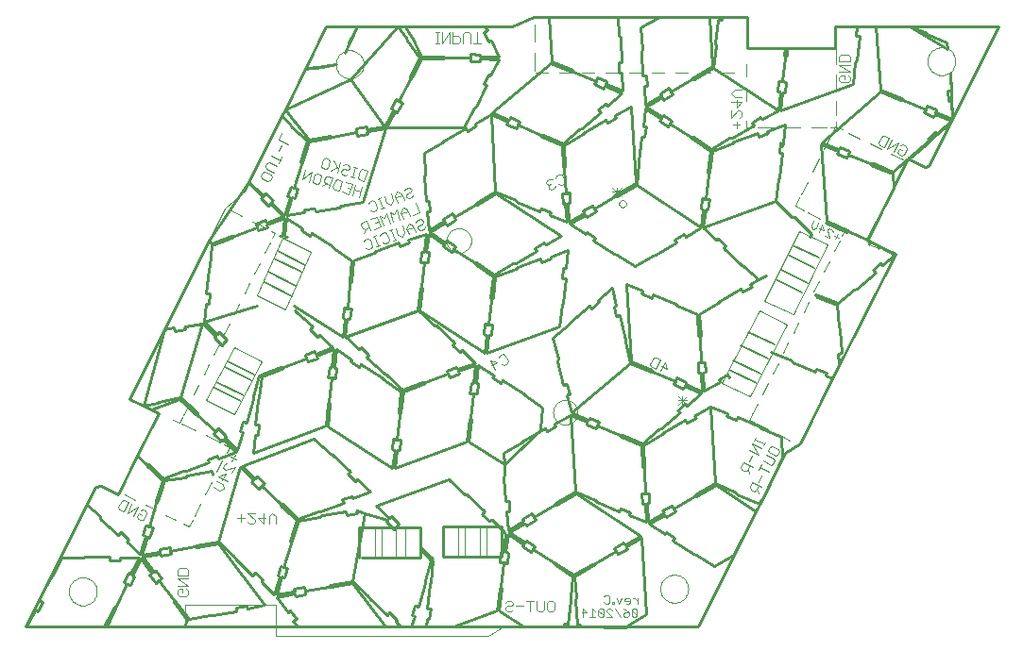
<source format=gbo>
G75*
%MOIN*%
%OFA0B0*%
%FSLAX24Y24*%
%IPPOS*%
%LPD*%
%AMOC8*
5,1,8,0,0,1.08239X$1,22.5*
%
%ADD10C,0.0000*%
%ADD11C,0.0039*%
%ADD12C,0.0030*%
%ADD13C,0.0100*%
%ADD14C,0.0059*%
%ADD15C,0.0040*%
D10*
X001464Y001214D02*
X006978Y001214D01*
X007083Y001332D01*
X007084Y001992D01*
X010297Y001990D01*
X010291Y000897D01*
X017774Y000897D01*
X018329Y001214D01*
X025175Y001214D01*
X028236Y007336D01*
X028767Y007690D01*
X032134Y014373D01*
X031140Y014865D01*
X032577Y017739D01*
X033167Y017444D01*
X033315Y017483D01*
X035785Y022424D01*
X030024Y022423D01*
X030024Y022424D02*
X030024Y021647D01*
X026911Y021647D01*
X026911Y022739D01*
X019397Y022739D01*
X018610Y022424D01*
X012065Y022424D01*
X009141Y016568D01*
X008482Y015977D01*
X005126Y009265D01*
X006140Y008753D01*
X004703Y005889D01*
X004112Y006184D01*
X003925Y006145D01*
X001464Y001214D01*
X002981Y002453D02*
X002983Y002497D01*
X002989Y002541D01*
X002999Y002584D01*
X003012Y002626D01*
X003030Y002666D01*
X003051Y002705D01*
X003075Y002742D01*
X003102Y002777D01*
X003133Y002809D01*
X003166Y002838D01*
X003202Y002864D01*
X003240Y002886D01*
X003280Y002905D01*
X003321Y002921D01*
X003364Y002933D01*
X003407Y002941D01*
X003451Y002945D01*
X003495Y002945D01*
X003539Y002941D01*
X003582Y002933D01*
X003625Y002921D01*
X003666Y002905D01*
X003706Y002886D01*
X003744Y002864D01*
X003780Y002838D01*
X003813Y002809D01*
X003844Y002777D01*
X003871Y002742D01*
X003895Y002705D01*
X003916Y002666D01*
X003934Y002626D01*
X003947Y002584D01*
X003957Y002541D01*
X003963Y002497D01*
X003965Y002453D01*
X003963Y002409D01*
X003957Y002365D01*
X003947Y002322D01*
X003934Y002280D01*
X003916Y002240D01*
X003895Y002201D01*
X003871Y002164D01*
X003844Y002129D01*
X003813Y002097D01*
X003780Y002068D01*
X003744Y002042D01*
X003706Y002020D01*
X003666Y002001D01*
X003625Y001985D01*
X003582Y001973D01*
X003539Y001965D01*
X003495Y001961D01*
X003451Y001961D01*
X003407Y001965D01*
X003364Y001973D01*
X003321Y001985D01*
X003280Y002001D01*
X003240Y002020D01*
X003202Y002042D01*
X003166Y002068D01*
X003133Y002097D01*
X003102Y002129D01*
X003075Y002164D01*
X003051Y002201D01*
X003030Y002240D01*
X003012Y002280D01*
X002999Y002322D01*
X002989Y002365D01*
X002983Y002409D01*
X002981Y002453D01*
X016313Y014853D02*
X016315Y014894D01*
X016321Y014935D01*
X016331Y014975D01*
X016344Y015014D01*
X016361Y015051D01*
X016382Y015087D01*
X016406Y015121D01*
X016433Y015152D01*
X016462Y015180D01*
X016495Y015206D01*
X016529Y015228D01*
X016566Y015247D01*
X016604Y015262D01*
X016644Y015274D01*
X016684Y015282D01*
X016725Y015286D01*
X016767Y015286D01*
X016808Y015282D01*
X016848Y015274D01*
X016888Y015262D01*
X016926Y015247D01*
X016962Y015228D01*
X016997Y015206D01*
X017030Y015180D01*
X017059Y015152D01*
X017086Y015121D01*
X017110Y015087D01*
X017131Y015051D01*
X017148Y015014D01*
X017161Y014975D01*
X017171Y014935D01*
X017177Y014894D01*
X017179Y014853D01*
X017177Y014812D01*
X017171Y014771D01*
X017161Y014731D01*
X017148Y014692D01*
X017131Y014655D01*
X017110Y014619D01*
X017086Y014585D01*
X017059Y014554D01*
X017030Y014526D01*
X016997Y014500D01*
X016963Y014478D01*
X016926Y014459D01*
X016888Y014444D01*
X016848Y014432D01*
X016808Y014424D01*
X016767Y014420D01*
X016725Y014420D01*
X016684Y014424D01*
X016644Y014432D01*
X016604Y014444D01*
X016566Y014459D01*
X016530Y014478D01*
X016495Y014500D01*
X016462Y014526D01*
X016433Y014554D01*
X016406Y014585D01*
X016382Y014619D01*
X016361Y014655D01*
X016344Y014692D01*
X016331Y014731D01*
X016321Y014771D01*
X016315Y014812D01*
X016313Y014853D01*
X012400Y021079D02*
X012402Y021123D01*
X012408Y021167D01*
X012418Y021210D01*
X012431Y021252D01*
X012449Y021292D01*
X012470Y021331D01*
X012494Y021368D01*
X012521Y021403D01*
X012552Y021435D01*
X012585Y021464D01*
X012621Y021490D01*
X012659Y021512D01*
X012699Y021531D01*
X012740Y021547D01*
X012783Y021559D01*
X012826Y021567D01*
X012870Y021571D01*
X012914Y021571D01*
X012958Y021567D01*
X013001Y021559D01*
X013044Y021547D01*
X013085Y021531D01*
X013125Y021512D01*
X013163Y021490D01*
X013199Y021464D01*
X013232Y021435D01*
X013263Y021403D01*
X013290Y021368D01*
X013314Y021331D01*
X013335Y021292D01*
X013353Y021252D01*
X013366Y021210D01*
X013376Y021167D01*
X013382Y021123D01*
X013384Y021079D01*
X013382Y021035D01*
X013376Y020991D01*
X013366Y020948D01*
X013353Y020906D01*
X013335Y020866D01*
X013314Y020827D01*
X013290Y020790D01*
X013263Y020755D01*
X013232Y020723D01*
X013199Y020694D01*
X013163Y020668D01*
X013125Y020646D01*
X013085Y020627D01*
X013044Y020611D01*
X013001Y020599D01*
X012958Y020591D01*
X012914Y020587D01*
X012870Y020587D01*
X012826Y020591D01*
X012783Y020599D01*
X012740Y020611D01*
X012699Y020627D01*
X012659Y020646D01*
X012621Y020668D01*
X012585Y020694D01*
X012552Y020723D01*
X012521Y020755D01*
X012494Y020790D01*
X012470Y020827D01*
X012449Y020866D01*
X012431Y020906D01*
X012418Y020948D01*
X012408Y020991D01*
X012402Y021035D01*
X012400Y021079D01*
X020065Y008781D02*
X020067Y008822D01*
X020073Y008863D01*
X020083Y008903D01*
X020096Y008942D01*
X020113Y008979D01*
X020134Y009015D01*
X020158Y009049D01*
X020185Y009080D01*
X020214Y009108D01*
X020247Y009134D01*
X020281Y009156D01*
X020318Y009175D01*
X020356Y009190D01*
X020396Y009202D01*
X020436Y009210D01*
X020477Y009214D01*
X020519Y009214D01*
X020560Y009210D01*
X020600Y009202D01*
X020640Y009190D01*
X020678Y009175D01*
X020714Y009156D01*
X020749Y009134D01*
X020782Y009108D01*
X020811Y009080D01*
X020838Y009049D01*
X020862Y009015D01*
X020883Y008979D01*
X020900Y008942D01*
X020913Y008903D01*
X020923Y008863D01*
X020929Y008822D01*
X020931Y008781D01*
X020929Y008740D01*
X020923Y008699D01*
X020913Y008659D01*
X020900Y008620D01*
X020883Y008583D01*
X020862Y008547D01*
X020838Y008513D01*
X020811Y008482D01*
X020782Y008454D01*
X020749Y008428D01*
X020715Y008406D01*
X020678Y008387D01*
X020640Y008372D01*
X020600Y008360D01*
X020560Y008352D01*
X020519Y008348D01*
X020477Y008348D01*
X020436Y008352D01*
X020396Y008360D01*
X020356Y008372D01*
X020318Y008387D01*
X020282Y008406D01*
X020247Y008428D01*
X020214Y008454D01*
X020185Y008482D01*
X020158Y008513D01*
X020134Y008547D01*
X020113Y008583D01*
X020096Y008620D01*
X020083Y008659D01*
X020073Y008699D01*
X020067Y008740D01*
X020065Y008781D01*
X023850Y002550D02*
X023852Y002594D01*
X023858Y002638D01*
X023868Y002681D01*
X023881Y002723D01*
X023899Y002763D01*
X023920Y002802D01*
X023944Y002839D01*
X023971Y002874D01*
X024002Y002906D01*
X024035Y002935D01*
X024071Y002961D01*
X024109Y002983D01*
X024149Y003002D01*
X024190Y003018D01*
X024233Y003030D01*
X024276Y003038D01*
X024320Y003042D01*
X024364Y003042D01*
X024408Y003038D01*
X024451Y003030D01*
X024494Y003018D01*
X024535Y003002D01*
X024575Y002983D01*
X024613Y002961D01*
X024649Y002935D01*
X024682Y002906D01*
X024713Y002874D01*
X024740Y002839D01*
X024764Y002802D01*
X024785Y002763D01*
X024803Y002723D01*
X024816Y002681D01*
X024826Y002638D01*
X024832Y002594D01*
X024834Y002550D01*
X024832Y002506D01*
X024826Y002462D01*
X024816Y002419D01*
X024803Y002377D01*
X024785Y002337D01*
X024764Y002298D01*
X024740Y002261D01*
X024713Y002226D01*
X024682Y002194D01*
X024649Y002165D01*
X024613Y002139D01*
X024575Y002117D01*
X024535Y002098D01*
X024494Y002082D01*
X024451Y002070D01*
X024408Y002062D01*
X024364Y002058D01*
X024320Y002058D01*
X024276Y002062D01*
X024233Y002070D01*
X024190Y002082D01*
X024149Y002098D01*
X024109Y002117D01*
X024071Y002139D01*
X024035Y002165D01*
X024002Y002194D01*
X023971Y002226D01*
X023944Y002261D01*
X023920Y002298D01*
X023899Y002337D01*
X023881Y002377D01*
X023868Y002419D01*
X023858Y002462D01*
X023852Y002506D01*
X023850Y002550D01*
X033280Y021185D02*
X033282Y021229D01*
X033288Y021273D01*
X033298Y021316D01*
X033311Y021358D01*
X033329Y021398D01*
X033350Y021437D01*
X033374Y021474D01*
X033401Y021509D01*
X033432Y021541D01*
X033465Y021570D01*
X033501Y021596D01*
X033539Y021618D01*
X033579Y021637D01*
X033620Y021653D01*
X033663Y021665D01*
X033706Y021673D01*
X033750Y021677D01*
X033794Y021677D01*
X033838Y021673D01*
X033881Y021665D01*
X033924Y021653D01*
X033965Y021637D01*
X034005Y021618D01*
X034043Y021596D01*
X034079Y021570D01*
X034112Y021541D01*
X034143Y021509D01*
X034170Y021474D01*
X034194Y021437D01*
X034215Y021398D01*
X034233Y021358D01*
X034246Y021316D01*
X034256Y021273D01*
X034262Y021229D01*
X034264Y021185D01*
X034262Y021141D01*
X034256Y021097D01*
X034246Y021054D01*
X034233Y021012D01*
X034215Y020972D01*
X034194Y020933D01*
X034170Y020896D01*
X034143Y020861D01*
X034112Y020829D01*
X034079Y020800D01*
X034043Y020774D01*
X034005Y020752D01*
X033965Y020733D01*
X033924Y020717D01*
X033881Y020705D01*
X033838Y020697D01*
X033794Y020693D01*
X033750Y020693D01*
X033706Y020697D01*
X033663Y020705D01*
X033620Y020717D01*
X033579Y020733D01*
X033539Y020752D01*
X033501Y020774D01*
X033465Y020800D01*
X033432Y020829D01*
X033401Y020861D01*
X033374Y020896D01*
X033350Y020933D01*
X033329Y020972D01*
X033311Y021012D01*
X033298Y021054D01*
X033288Y021097D01*
X033282Y021141D01*
X033280Y021185D01*
D11*
X030047Y021097D02*
X030047Y021609D01*
X030047Y020704D02*
X030047Y020192D01*
X030047Y019798D02*
X030047Y019286D01*
X030044Y019061D02*
X030044Y018846D01*
X029853Y018846D01*
X029729Y018850D02*
X029172Y018850D01*
X028779Y018849D02*
X028222Y018848D01*
X027828Y018847D02*
X027271Y018846D01*
X027148Y018846D02*
X026893Y018848D01*
X026893Y019085D01*
X026892Y019789D02*
X026892Y020242D01*
X026892Y020635D02*
X026892Y021088D01*
X026452Y020789D02*
X026025Y020789D01*
X025631Y020789D02*
X025204Y020789D01*
X024810Y020789D02*
X024383Y020788D01*
X023989Y020788D02*
X023562Y020788D01*
X023168Y020788D02*
X022741Y020788D01*
X022347Y020788D02*
X021920Y020788D01*
X021526Y020788D02*
X021099Y020788D01*
X020705Y020788D02*
X020278Y020788D01*
X019884Y020788D02*
X019457Y020787D01*
X019406Y020845D02*
X019407Y021474D01*
X019408Y021868D02*
X019409Y022497D01*
X022396Y016152D02*
X022398Y016174D01*
X022403Y016194D01*
X022413Y016214D01*
X022425Y016232D01*
X022440Y016247D01*
X022458Y016259D01*
X022478Y016269D01*
X022498Y016274D01*
X022520Y016276D01*
X022542Y016274D01*
X022562Y016269D01*
X022582Y016259D01*
X022600Y016247D01*
X022615Y016232D01*
X022627Y016214D01*
X022637Y016194D01*
X022642Y016174D01*
X022644Y016152D01*
X022642Y016130D01*
X022637Y016110D01*
X022627Y016090D01*
X022615Y016072D01*
X022600Y016057D01*
X022582Y016045D01*
X022562Y016035D01*
X022542Y016030D01*
X022520Y016028D01*
X022498Y016030D01*
X022478Y016035D01*
X022458Y016045D01*
X022440Y016057D01*
X022425Y016072D01*
X022413Y016090D01*
X022403Y016110D01*
X022398Y016130D01*
X022396Y016152D01*
X027530Y012716D02*
X028541Y012237D01*
X029746Y014726D01*
X028760Y015175D01*
X027530Y012716D01*
X027339Y012368D02*
X028315Y011896D01*
X027028Y009344D01*
X026031Y009823D01*
X027339Y012368D01*
X028542Y011595D02*
X028727Y011964D01*
X028903Y012316D02*
X029088Y012686D01*
X029264Y013038D02*
X029448Y013407D01*
X029625Y013759D02*
X029809Y014129D01*
X029985Y014481D02*
X030170Y014850D01*
X030264Y015032D02*
X030371Y015241D01*
X030274Y015239D02*
X029840Y015456D01*
X029487Y015632D02*
X029053Y015849D01*
X028917Y015922D02*
X028612Y016071D01*
X028762Y016370D01*
X028814Y016472D02*
X029044Y016931D01*
X029220Y017283D02*
X029451Y017743D01*
X029627Y018095D02*
X029857Y018554D01*
X029909Y018659D02*
X030026Y018891D01*
X030272Y018768D01*
X030480Y018665D02*
X030887Y018461D01*
X031239Y018285D02*
X031646Y018081D01*
X031998Y017904D02*
X032405Y017700D01*
X031222Y014725D02*
X031563Y014581D01*
X028366Y011243D02*
X028181Y010873D01*
X028005Y010521D02*
X027821Y010152D01*
X027645Y009800D02*
X027460Y009430D01*
X027284Y009078D02*
X027099Y008709D01*
X027089Y008694D02*
X026993Y008512D01*
X027170Y008423D01*
X027248Y008385D02*
X027662Y008177D01*
X028015Y008001D02*
X028429Y007794D01*
X017714Y004747D02*
X017714Y003723D01*
X017478Y003723D02*
X017478Y004747D01*
X016966Y004747D02*
X016966Y003723D01*
X016730Y003723D02*
X016730Y004747D01*
X014840Y004668D02*
X014840Y003684D01*
X014525Y003645D02*
X014525Y004708D01*
X014014Y004668D02*
X014014Y003684D01*
X013777Y003684D02*
X013777Y004668D01*
X008535Y007360D02*
X008636Y007559D01*
X008434Y007662D01*
X008322Y007716D02*
X007816Y007969D01*
X007464Y008145D02*
X006959Y008398D01*
X006877Y008403D02*
X006664Y008505D01*
X006877Y008403D02*
X006980Y008607D01*
X007021Y008684D02*
X007203Y009047D01*
X007379Y009400D02*
X007561Y009763D01*
X007737Y010115D02*
X007919Y010479D01*
X008095Y010831D02*
X008277Y011194D01*
X008453Y011546D02*
X008635Y011910D01*
X008811Y012262D02*
X008993Y012625D01*
X009169Y012977D02*
X009351Y013341D01*
X009527Y013693D02*
X009709Y014056D01*
X009885Y014408D02*
X010067Y014772D01*
X010147Y014933D02*
X010247Y015129D01*
X010105Y015199D01*
X009903Y015305D02*
X009449Y015532D01*
X009097Y015708D02*
X008643Y015935D01*
X010526Y014954D02*
X009605Y012922D01*
X010605Y012422D01*
X011526Y014454D01*
X010526Y014954D01*
X008829Y011079D02*
X007829Y009204D01*
X008829Y008704D01*
X009767Y010579D01*
X008829Y011079D01*
X008398Y007094D02*
X008184Y006667D01*
X008008Y006315D02*
X007794Y005888D01*
X007618Y005536D02*
X007404Y005109D01*
X007344Y004975D02*
X007220Y004733D01*
X007009Y004846D01*
X006758Y004973D02*
X006392Y005158D01*
X006041Y005336D02*
X005675Y005521D01*
X005323Y005699D02*
X004957Y005884D01*
D12*
X004924Y005685D02*
X005090Y005602D01*
X004925Y005271D01*
X004760Y005353D01*
X004732Y005436D01*
X004842Y005657D01*
X004924Y005685D01*
X005199Y005548D02*
X005034Y005217D01*
X005420Y005439D01*
X005255Y005107D01*
X005392Y005108D02*
X005446Y005219D01*
X005557Y005164D01*
X005501Y005329D02*
X005584Y005357D01*
X005695Y005302D01*
X005723Y005220D01*
X005613Y004998D01*
X005530Y004971D01*
X005419Y005025D01*
X005392Y005108D01*
X006868Y003269D02*
X007115Y003269D01*
X007177Y003208D01*
X007177Y003023D01*
X006806Y003023D01*
X006806Y003208D01*
X006868Y003269D01*
X006806Y002901D02*
X007177Y002901D01*
X007177Y002654D02*
X006806Y002654D01*
X006868Y002533D02*
X006991Y002533D01*
X006991Y002409D01*
X006868Y002286D02*
X007115Y002286D01*
X007177Y002348D01*
X007177Y002471D01*
X007115Y002533D01*
X007177Y002654D02*
X006806Y002901D01*
X006868Y002533D02*
X006806Y002471D01*
X006806Y002348D01*
X006868Y002286D01*
X009053Y004921D02*
X009053Y005168D01*
X008930Y005045D02*
X009177Y005045D01*
X009298Y004921D02*
X009360Y004860D01*
X009483Y004860D01*
X009545Y004921D01*
X009545Y004983D01*
X009298Y005230D01*
X009545Y005230D01*
X009666Y005045D02*
X009852Y004860D01*
X009852Y005230D01*
X009913Y005045D02*
X009666Y005045D01*
X010035Y005106D02*
X010035Y004860D01*
X010035Y005106D02*
X010158Y005230D01*
X010282Y005106D01*
X010282Y004860D01*
X008457Y006083D02*
X008292Y006028D01*
X008071Y006138D01*
X008180Y006359D02*
X008401Y006249D01*
X008457Y006083D01*
X008593Y006358D02*
X008262Y006523D01*
X008510Y006606D01*
X008400Y006385D01*
X008509Y006742D02*
X008453Y006770D01*
X008425Y006853D01*
X008480Y006963D01*
X008563Y006991D01*
X008728Y007045D02*
X008837Y007266D01*
X008672Y007210D02*
X008893Y007101D01*
X008840Y006854D02*
X008509Y006742D01*
X008730Y006633D02*
X008840Y006854D01*
X017842Y010628D02*
X018090Y010546D01*
X017869Y010435D01*
X017842Y010628D02*
X018007Y010297D01*
X018254Y010490D02*
X018337Y010462D01*
X018447Y010517D01*
X018475Y010600D01*
X018364Y010821D01*
X018281Y010848D01*
X018171Y010793D01*
X018143Y010710D01*
X014236Y014793D02*
X014120Y014751D01*
X014041Y014788D01*
X013948Y014688D02*
X013832Y014646D01*
X013890Y014667D02*
X013763Y015015D01*
X013821Y015036D02*
X013705Y014994D01*
X013611Y014894D02*
X013696Y014662D01*
X013659Y014583D01*
X013543Y014541D01*
X013464Y014578D01*
X013379Y014810D02*
X013416Y014889D01*
X013532Y014931D01*
X013611Y014894D01*
X013627Y015210D02*
X013500Y015558D01*
X013326Y015495D01*
X013290Y015416D01*
X013332Y015300D01*
X013411Y015263D01*
X013585Y015326D01*
X013469Y015284D02*
X013395Y015126D01*
X013741Y015252D02*
X013973Y015336D01*
X013847Y015684D01*
X013615Y015600D01*
X013794Y015468D02*
X013910Y015510D01*
X014087Y015378D02*
X013961Y015726D01*
X014119Y015652D01*
X014193Y015810D01*
X014319Y015462D01*
X014433Y015504D02*
X014307Y015852D01*
X014465Y015778D01*
X014539Y015936D01*
X014665Y015588D01*
X014780Y015630D02*
X014695Y015862D01*
X014769Y016020D01*
X014927Y015946D01*
X015012Y015714D01*
X015126Y015756D02*
X015358Y015840D01*
X015231Y016188D01*
X015094Y016383D02*
X014978Y016340D01*
X014899Y016377D01*
X014878Y016435D01*
X014915Y016514D01*
X015031Y016557D01*
X015068Y016636D01*
X015047Y016694D01*
X014968Y016731D01*
X014852Y016688D01*
X014815Y016609D01*
X014722Y016510D02*
X014806Y016278D01*
X014743Y016452D02*
X014511Y016367D01*
X014490Y016425D02*
X014574Y016193D01*
X014418Y016268D02*
X014344Y016110D01*
X014186Y016183D01*
X014102Y016415D01*
X013987Y016374D02*
X013871Y016332D01*
X013929Y016353D02*
X014056Y016005D01*
X014114Y016026D02*
X013998Y015984D01*
X013862Y016000D02*
X013778Y016232D01*
X013699Y016269D01*
X013583Y016227D01*
X013546Y016147D01*
X013630Y015915D02*
X013709Y015879D01*
X013825Y015921D01*
X013862Y016000D01*
X014418Y016268D02*
X014334Y016500D01*
X014490Y016425D02*
X014564Y016584D01*
X014722Y016510D01*
X015094Y016383D02*
X015131Y016462D01*
X014948Y015888D02*
X014716Y015804D01*
X014974Y015456D02*
X014900Y015298D01*
X014985Y015066D01*
X014828Y015140D02*
X014744Y015372D01*
X014921Y015240D02*
X015153Y015324D01*
X015132Y015382D02*
X014974Y015456D01*
X015132Y015382D02*
X015217Y015150D01*
X015310Y015250D02*
X015389Y015213D01*
X015505Y015255D01*
X015542Y015334D01*
X015441Y015429D02*
X015326Y015387D01*
X015289Y015308D01*
X015310Y015250D01*
X015441Y015429D02*
X015478Y015508D01*
X015457Y015566D01*
X015378Y015603D01*
X015262Y015561D01*
X015225Y015482D01*
X014828Y015140D02*
X014755Y014982D01*
X014596Y015056D01*
X014512Y015288D01*
X014398Y015246D02*
X014282Y015204D01*
X014340Y015225D02*
X014467Y014877D01*
X014525Y014898D02*
X014409Y014856D01*
X014273Y014872D02*
X014188Y015104D01*
X014109Y015141D01*
X013993Y015099D01*
X013956Y015020D01*
X014273Y014872D02*
X014236Y014793D01*
X013219Y016391D02*
X013327Y016745D01*
X013273Y016568D02*
X013037Y016640D01*
X012921Y016675D02*
X012803Y016711D01*
X012975Y016852D02*
X012866Y016498D01*
X012630Y016570D01*
X012514Y016606D02*
X012622Y016960D01*
X012445Y017014D01*
X012368Y016973D01*
X012296Y016737D01*
X012337Y016660D01*
X012514Y016606D01*
X012162Y016714D02*
X012270Y017068D01*
X012093Y017122D01*
X012016Y017081D01*
X011980Y016963D01*
X012021Y016886D01*
X012198Y016832D01*
X012080Y016868D02*
X011926Y016786D01*
X011828Y016880D02*
X011751Y016839D01*
X011633Y016875D01*
X011592Y016952D01*
X011664Y017189D01*
X011741Y017230D01*
X011859Y017193D01*
X011900Y017116D01*
X011828Y016880D01*
X011458Y016929D02*
X011566Y017283D01*
X011221Y017001D01*
X011330Y017355D01*
X011885Y017490D02*
X011957Y017726D01*
X012034Y017767D01*
X012152Y017731D01*
X012193Y017654D01*
X012121Y017418D01*
X012044Y017377D01*
X011926Y017413D01*
X011885Y017490D01*
X012219Y017324D02*
X012450Y017447D01*
X012491Y017369D02*
X012327Y017678D01*
X012563Y017606D02*
X012455Y017251D01*
X012589Y017275D02*
X012630Y017198D01*
X012748Y017162D01*
X012825Y017203D01*
X012924Y017108D02*
X013042Y017072D01*
X012983Y017090D02*
X013091Y017444D01*
X013150Y017426D02*
X013032Y017462D01*
X012897Y017439D02*
X012879Y017380D01*
X012802Y017339D01*
X012684Y017375D01*
X012607Y017334D01*
X012589Y017275D01*
X012661Y017511D02*
X012738Y017552D01*
X012856Y017516D01*
X012897Y017439D01*
X013248Y017332D02*
X013176Y017095D01*
X013217Y017018D01*
X013394Y016964D01*
X013502Y017318D01*
X013325Y017373D01*
X013248Y017332D01*
X013091Y016817D02*
X012983Y016463D01*
X012975Y016852D02*
X012739Y016925D01*
X010489Y017809D02*
X010379Y017587D01*
X010325Y017479D02*
X010049Y017616D01*
X009966Y017588D01*
X009911Y017477D01*
X009939Y017395D01*
X010215Y017257D01*
X010106Y017176D02*
X010134Y017093D01*
X010079Y016983D01*
X009996Y016955D01*
X009775Y017065D01*
X009747Y017148D01*
X009802Y017258D01*
X009885Y017286D01*
X010106Y017176D01*
X010434Y017698D02*
X010102Y017863D01*
X010377Y018000D02*
X010487Y018221D01*
X010707Y018247D02*
X010375Y018412D01*
X010485Y018633D01*
X015914Y021830D02*
X016037Y021830D01*
X015975Y021830D02*
X015975Y022201D01*
X015914Y022201D02*
X016037Y022201D01*
X016159Y022201D02*
X016159Y021830D01*
X016406Y022201D01*
X016406Y021830D01*
X016528Y021830D02*
X016713Y021830D01*
X016775Y021892D01*
X016775Y022015D01*
X016713Y022077D01*
X016528Y022077D01*
X016528Y022201D02*
X016528Y021830D01*
X016896Y021830D02*
X016896Y022139D01*
X016958Y022201D01*
X017081Y022201D01*
X017143Y022139D01*
X017143Y021830D01*
X017264Y021830D02*
X017511Y021830D01*
X017388Y021830D02*
X017388Y022201D01*
X019960Y017031D02*
X019849Y016976D01*
X019822Y016893D01*
X019849Y016838D01*
X019932Y016811D01*
X019905Y016728D01*
X019932Y016673D01*
X020015Y016645D01*
X020126Y016700D01*
X020153Y016783D01*
X020262Y016837D02*
X020344Y016810D01*
X020455Y016865D01*
X020482Y016948D01*
X020372Y017169D01*
X020289Y017196D01*
X020179Y017141D01*
X020151Y017058D01*
X020043Y017004D02*
X019960Y017031D01*
X019987Y016838D02*
X019932Y016811D01*
X026410Y018941D02*
X026657Y018941D01*
X026534Y018818D02*
X026534Y019065D01*
X026657Y019186D02*
X026719Y019248D01*
X026719Y019371D01*
X026657Y019433D01*
X026596Y019433D01*
X026349Y019186D01*
X026349Y019433D01*
X026534Y019554D02*
X026534Y019801D01*
X026472Y019923D02*
X026349Y020046D01*
X026472Y020170D01*
X026719Y020170D01*
X026719Y019923D02*
X026472Y019923D01*
X026349Y019740D02*
X026719Y019740D01*
X026534Y019554D01*
X030164Y020500D02*
X030225Y020438D01*
X030472Y020438D01*
X030534Y020500D01*
X030534Y020624D01*
X030472Y020685D01*
X030349Y020685D02*
X030349Y020562D01*
X030349Y020685D02*
X030225Y020685D01*
X030164Y020624D01*
X030164Y020500D01*
X030164Y020807D02*
X030534Y020807D01*
X030164Y021054D01*
X030534Y021054D01*
X030534Y021175D02*
X030164Y021175D01*
X030164Y021360D01*
X030225Y021422D01*
X030472Y021422D01*
X030534Y021360D01*
X030534Y021175D01*
X031673Y018535D02*
X031756Y018563D01*
X031922Y018481D01*
X031757Y018149D01*
X031591Y018231D01*
X031563Y018314D01*
X031673Y018535D01*
X032030Y018427D02*
X031866Y018095D01*
X032251Y018317D01*
X032087Y017985D01*
X032223Y017987D02*
X032278Y018097D01*
X032388Y018042D01*
X032223Y017987D02*
X032251Y017904D01*
X032361Y017849D01*
X032444Y017877D01*
X032554Y018098D01*
X032526Y018181D01*
X032415Y018236D01*
X032333Y018208D01*
X029431Y015468D02*
X029344Y015295D01*
X029214Y015252D01*
X029171Y015382D01*
X029258Y015555D01*
X029456Y015293D02*
X029629Y015207D01*
X029565Y015401D01*
X029435Y015142D01*
X029655Y015032D02*
X029828Y014945D01*
X029741Y015205D01*
X029763Y015248D01*
X029828Y015269D01*
X029914Y015226D01*
X029936Y015161D01*
X029983Y015029D02*
X030156Y014943D01*
X030113Y015073D02*
X030026Y014900D01*
X027207Y007886D02*
X027152Y007776D01*
X027179Y007831D02*
X027511Y007666D01*
X027538Y007721D02*
X027484Y007611D01*
X027429Y007501D02*
X027098Y007666D01*
X027319Y007280D01*
X026988Y007445D01*
X027100Y007254D02*
X026990Y007033D01*
X026991Y006897D02*
X026909Y006731D01*
X026826Y006703D01*
X026716Y006758D01*
X026688Y006840D01*
X026770Y007006D01*
X027102Y006842D01*
X026936Y006786D02*
X026992Y006621D01*
X027089Y006300D02*
X027007Y006134D01*
X027035Y006051D01*
X027145Y005996D01*
X027228Y006024D01*
X027310Y006190D01*
X027255Y006079D02*
X027311Y005914D01*
X027421Y006135D02*
X027089Y006300D01*
X027309Y006326D02*
X027419Y006547D01*
X027307Y006738D02*
X027417Y006959D01*
X027471Y007068D02*
X027747Y006931D01*
X027830Y006959D01*
X027885Y007069D01*
X027857Y007152D01*
X027580Y007289D01*
X027690Y007371D02*
X027662Y007453D01*
X027717Y007564D01*
X027799Y007592D01*
X028021Y007482D01*
X028048Y007399D01*
X027994Y007289D01*
X027911Y007261D01*
X027690Y007371D01*
X027362Y006849D02*
X027693Y006684D01*
X023036Y002224D02*
X023036Y002031D01*
X023036Y002128D02*
X022940Y002224D01*
X022891Y002224D01*
X022791Y002176D02*
X022742Y002224D01*
X022646Y002224D01*
X022597Y002176D01*
X022597Y002128D01*
X022791Y002128D01*
X022791Y002176D02*
X022791Y002079D01*
X022742Y002031D01*
X022646Y002031D01*
X022543Y001845D02*
X022640Y001797D01*
X022736Y001700D01*
X022591Y001700D01*
X022543Y001651D01*
X022543Y001603D01*
X022591Y001555D01*
X022688Y001555D01*
X022736Y001603D01*
X022736Y001700D01*
X022838Y001797D02*
X023031Y001603D01*
X022983Y001555D01*
X022886Y001555D01*
X022838Y001603D01*
X022838Y001797D01*
X022886Y001845D01*
X022983Y001845D01*
X023031Y001797D01*
X023031Y001603D01*
X022442Y001555D02*
X022248Y001845D01*
X022147Y001797D02*
X022099Y001845D01*
X022002Y001845D01*
X021954Y001797D01*
X021954Y001748D01*
X022147Y001555D01*
X021954Y001555D01*
X021853Y001603D02*
X021804Y001555D01*
X021707Y001555D01*
X021659Y001603D01*
X021659Y001797D01*
X021853Y001603D01*
X021853Y001797D01*
X021804Y001845D01*
X021707Y001845D01*
X021659Y001797D01*
X021558Y001748D02*
X021461Y001845D01*
X021461Y001555D01*
X021558Y001555D02*
X021364Y001555D01*
X021263Y001700D02*
X021070Y001700D01*
X021118Y001845D02*
X021263Y001700D01*
X021118Y001555D02*
X021118Y001845D01*
X021861Y002079D02*
X021909Y002031D01*
X022006Y002031D01*
X022054Y002079D01*
X022054Y002273D01*
X022006Y002321D01*
X021909Y002321D01*
X021861Y002273D01*
X022153Y002079D02*
X022153Y002031D01*
X022201Y002031D01*
X022201Y002079D01*
X022153Y002079D01*
X022303Y002224D02*
X022399Y002031D01*
X022496Y002224D01*
X020109Y002060D02*
X020109Y001813D01*
X020047Y001751D01*
X019924Y001751D01*
X019862Y001813D01*
X019862Y002060D01*
X019924Y002121D01*
X020047Y002121D01*
X020109Y002060D01*
X019741Y002121D02*
X019741Y001813D01*
X019679Y001751D01*
X019556Y001751D01*
X019494Y001813D01*
X019494Y002121D01*
X019372Y002121D02*
X019126Y002121D01*
X019249Y002121D02*
X019249Y001751D01*
X019004Y001936D02*
X018757Y001936D01*
X018636Y001998D02*
X018574Y001936D01*
X018451Y001936D01*
X018389Y001874D01*
X018389Y001813D01*
X018451Y001751D01*
X018574Y001751D01*
X018636Y001813D01*
X018636Y001998D02*
X018636Y002060D01*
X018574Y002121D01*
X018451Y002121D01*
X018389Y002060D01*
D13*
X004334Y001214D02*
X001461Y001213D01*
X004310Y001213D01*
X007037Y001213D01*
X007151Y001441D01*
X006679Y002071D01*
X006670Y002144D01*
X006155Y002834D01*
X006054Y002757D01*
X005832Y003053D01*
X005893Y003098D01*
X005896Y003115D01*
X005515Y003624D01*
X005219Y003031D01*
X005299Y002991D01*
X005139Y002671D01*
X005026Y002727D01*
X004640Y001954D01*
X004632Y001857D01*
X004310Y001213D01*
X004334Y001214D02*
X004226Y001214D01*
X004578Y001918D01*
X004639Y001958D01*
X005026Y002727D01*
X004912Y002783D01*
X005077Y003114D01*
X005145Y003080D01*
X005162Y003085D01*
X005446Y003653D01*
X004784Y003653D01*
X004784Y003563D01*
X004426Y003563D01*
X004426Y003689D01*
X003562Y003689D01*
X003471Y003653D01*
X002718Y003653D01*
X002382Y002979D01*
X002306Y002911D01*
X001920Y002139D01*
X002037Y002081D01*
X001872Y001751D01*
X001804Y001785D01*
X001782Y001781D01*
X001499Y001214D01*
X004226Y001214D01*
X004334Y001214D02*
X025175Y001214D01*
X027213Y005290D01*
X026431Y003726D01*
X026388Y003720D01*
X025738Y003340D01*
X025108Y003752D01*
X025013Y003771D01*
X024290Y004244D01*
X024358Y004349D01*
X024059Y004546D01*
X024010Y004471D01*
X023455Y004833D01*
X024004Y005153D01*
X024021Y005148D01*
X024059Y005082D01*
X024378Y005268D01*
X024313Y005378D01*
X025058Y005810D01*
X025132Y005810D01*
X025812Y006207D01*
X027213Y005290D01*
X027401Y005665D01*
X028166Y007197D01*
X028125Y007913D01*
X027433Y008209D01*
X027360Y008281D01*
X026567Y008621D01*
X026515Y008501D01*
X026177Y008647D01*
X026207Y008717D01*
X026201Y008738D01*
X025618Y008988D01*
X025778Y006266D01*
X026501Y005955D01*
X026545Y005897D01*
X027335Y005555D01*
X027385Y005672D01*
X027401Y005665D01*
X028236Y007336D01*
X028767Y007690D01*
X029927Y009991D01*
X030186Y010506D01*
X030136Y010503D01*
X030113Y010860D01*
X030238Y010868D01*
X030182Y011731D01*
X030141Y011819D01*
X030092Y012570D01*
X029398Y012862D01*
X029326Y012933D01*
X029428Y012931D01*
X030121Y012638D01*
X030693Y013127D01*
X030785Y013159D01*
X031442Y013720D01*
X031360Y013816D01*
X031632Y014049D01*
X031690Y013981D01*
X032122Y014350D01*
X031153Y014892D01*
X032068Y016723D01*
X032034Y017209D01*
X031339Y017497D01*
X031266Y017568D01*
X030469Y017899D01*
X030518Y018020D01*
X030178Y018161D01*
X030149Y018090D01*
X030129Y018080D01*
X029544Y018323D01*
X031606Y020108D01*
X032333Y019806D01*
X032406Y019816D01*
X033201Y019488D01*
X033249Y019606D01*
X033591Y019467D01*
X033562Y019396D01*
X033568Y019380D01*
X034145Y019144D01*
X034155Y019163D02*
X034068Y020775D01*
X034115Y020160D01*
X033990Y020151D01*
X034017Y019793D01*
X034106Y019800D01*
X034155Y019163D01*
X034108Y019070D02*
X032562Y017709D01*
X032063Y017277D01*
X031368Y017566D01*
X031266Y017568D01*
X030469Y017899D02*
X030418Y017779D01*
X030078Y017920D01*
X030107Y017990D01*
X030101Y018012D01*
X029516Y018254D01*
X029707Y015534D01*
X030434Y015232D01*
X030479Y015174D01*
X031153Y014892D01*
X031140Y014865D02*
X032134Y014373D01*
X029927Y009991D01*
X029682Y010095D01*
X029677Y010111D01*
X029706Y010181D01*
X029366Y010325D01*
X029316Y010207D01*
X028525Y010544D01*
X028480Y010602D01*
X027755Y010909D01*
X026296Y010013D02*
X026232Y010123D01*
X025913Y009937D01*
X025951Y009871D01*
X025948Y009854D01*
X025399Y009534D01*
X025357Y010195D01*
X025446Y010201D01*
X025423Y010558D01*
X025297Y010550D01*
X025242Y011413D01*
X025272Y011505D01*
X025224Y012256D01*
X025874Y012635D01*
X025937Y012715D01*
X026683Y013150D01*
X026749Y013037D01*
X027067Y013223D01*
X027029Y013289D01*
X027032Y013311D01*
X027304Y013469D01*
X026797Y013951D01*
X026703Y013989D01*
X026077Y014583D01*
X026166Y014678D01*
X025898Y014931D01*
X025846Y014876D01*
X025824Y014873D01*
X025365Y015310D01*
X027928Y016240D01*
X028499Y015698D01*
X028571Y015681D01*
X029197Y015090D01*
X029109Y014998D01*
X029117Y014990D01*
X029681Y015471D02*
X030406Y015165D01*
X030479Y015174D01*
X030371Y015241D02*
X030607Y015123D01*
X031140Y014865D02*
X032577Y017739D01*
X032589Y017733D01*
X034089Y019032D01*
X033624Y018629D01*
X033565Y018697D01*
X033295Y018463D01*
X033377Y018368D01*
X032724Y017802D01*
X032632Y017770D01*
X032589Y017733D01*
X033167Y017444D01*
X033315Y017483D01*
X034089Y019032D01*
X035785Y022424D01*
X030024Y022423D01*
X030024Y022424D02*
X030024Y021647D01*
X028329Y021647D01*
X028303Y021414D01*
X028254Y021324D01*
X028155Y020467D01*
X028025Y020482D01*
X027983Y020116D01*
X028059Y020107D01*
X028074Y020091D01*
X028001Y019462D01*
X025719Y020954D01*
X025809Y021736D01*
X025781Y021804D01*
X025877Y022659D01*
X026004Y022644D01*
X026015Y022739D01*
X025584Y022739D01*
X023814Y022751D01*
X023161Y022376D01*
X023205Y021624D01*
X023175Y021532D01*
X023225Y020669D01*
X023350Y020677D01*
X023371Y020319D01*
X023282Y020314D01*
X023321Y019653D01*
X023871Y019969D01*
X023875Y019987D01*
X023837Y020052D01*
X024157Y020237D01*
X024221Y020126D01*
X024965Y020557D01*
X025002Y020621D01*
X025685Y021013D01*
X025584Y022739D01*
X022356Y022739D01*
X019912Y022739D01*
X020011Y021195D01*
X020736Y020889D01*
X020781Y020830D01*
X021573Y020493D01*
X021622Y020611D01*
X021962Y020467D01*
X021933Y020397D01*
X021939Y020381D01*
X022524Y020134D01*
X022481Y020795D01*
X022392Y020789D01*
X022369Y021146D01*
X022494Y021155D01*
X022439Y022017D01*
X022397Y022105D01*
X022356Y022739D01*
X019912Y022739D02*
X019397Y022739D01*
X018610Y022424D01*
X017665Y022424D01*
X014864Y022424D01*
X015021Y022102D01*
X015097Y022034D01*
X015428Y021358D01*
X016180Y021352D01*
X016271Y021315D01*
X017135Y021308D01*
X017136Y021434D01*
X017494Y021431D01*
X017493Y021342D01*
X018155Y021337D01*
X017876Y021907D01*
X017859Y021912D01*
X017791Y021878D01*
X017628Y022210D01*
X017743Y022266D01*
X017665Y022424D01*
X017492Y021269D02*
X017492Y021180D01*
X017134Y021183D01*
X017135Y021308D01*
X017492Y021269D02*
X018155Y021264D01*
X017866Y020698D01*
X017849Y020694D01*
X017782Y020728D01*
X017614Y020399D01*
X017728Y020342D01*
X017335Y019576D01*
X017273Y019536D01*
X016916Y018834D01*
X014189Y018856D01*
X014476Y019421D01*
X014498Y019425D01*
X014566Y019390D01*
X014734Y019719D01*
X014617Y019778D01*
X014501Y019837D01*
X014334Y019509D01*
X014402Y019474D01*
X014411Y019454D01*
X014122Y018890D01*
X012901Y020545D01*
X014591Y022424D01*
X014890Y022019D01*
X014914Y021925D01*
X015361Y021319D01*
X015019Y020649D01*
X015009Y020547D01*
X014617Y019778D01*
X014122Y018890D02*
X013498Y018781D01*
X013482Y018795D01*
X013469Y018870D01*
X013105Y018808D01*
X013127Y018679D01*
X012277Y018531D01*
X012177Y018552D01*
X011436Y018422D01*
X010989Y019028D01*
X010906Y019079D01*
X010601Y019492D01*
X012901Y020545D01*
X012413Y021068D02*
X011311Y020915D01*
X011659Y020974D01*
X011728Y020949D01*
X012413Y021068D01*
X012710Y021490D02*
X013144Y022424D01*
X012857Y021859D01*
X012861Y021785D01*
X012710Y021490D01*
X013144Y022424D02*
X012065Y022424D01*
X010601Y019492D01*
X010486Y019262D01*
X009314Y016914D01*
X009829Y016426D01*
X009916Y016519D01*
X010185Y016266D01*
X010133Y016211D01*
X010132Y016193D01*
X010595Y015758D01*
X010785Y016392D01*
X010700Y016418D01*
X010803Y016761D01*
X010923Y016725D01*
X011171Y017552D01*
X011163Y017650D01*
X011379Y018370D01*
X010831Y018886D01*
X010787Y018978D01*
X010486Y019262D01*
X009315Y016916D01*
X007913Y014839D01*
X008003Y014756D01*
X008707Y015021D01*
X008805Y015019D01*
X009614Y015323D01*
X009569Y015440D01*
X009904Y015566D01*
X009936Y015483D01*
X010556Y015716D01*
X010090Y016148D01*
X010073Y016146D01*
X010021Y016090D01*
X009750Y016342D01*
X009837Y016435D01*
X009315Y016916D01*
X009141Y016568D01*
X009614Y015323D02*
X009658Y015205D01*
X009993Y015331D01*
X009961Y015415D01*
X010582Y015648D01*
X010516Y015016D01*
X010501Y015006D01*
X010426Y015014D01*
X010594Y015008D02*
X010664Y015639D01*
X011220Y015280D01*
X011172Y015205D01*
X011473Y015011D01*
X011541Y015116D01*
X012267Y014648D01*
X012323Y014568D01*
X012956Y014160D01*
X012873Y013412D01*
X012900Y013313D01*
X012805Y012456D01*
X012935Y012441D01*
X012894Y012075D01*
X012819Y012083D01*
X012800Y012071D01*
X012731Y011441D01*
X015289Y012386D01*
X015375Y013169D01*
X015418Y013228D01*
X015515Y014083D01*
X015388Y014097D01*
X015428Y014464D01*
X015504Y014456D01*
X015518Y014466D01*
X015588Y015097D01*
X014966Y014867D01*
X014997Y014784D01*
X014662Y014660D01*
X014618Y014777D01*
X013808Y014478D01*
X013735Y014413D01*
X013029Y014152D01*
X012947Y013403D01*
X012900Y013313D01*
X012805Y012456D02*
X012675Y012469D01*
X012635Y012103D01*
X012711Y012095D01*
X012726Y012079D01*
X012657Y011449D01*
X010928Y012553D01*
X010947Y012384D02*
X011580Y011801D01*
X011493Y011708D01*
X011764Y011457D01*
X011816Y011512D01*
X011833Y011514D01*
X012299Y011082D01*
X011679Y010849D01*
X011648Y010933D01*
X011313Y010807D01*
X011357Y010689D01*
X010548Y010385D01*
X010476Y010319D01*
X009772Y010054D01*
X009694Y009305D01*
X009647Y009215D01*
X009558Y008357D01*
X009688Y008343D01*
X009649Y007976D01*
X009573Y007984D01*
X009555Y007972D01*
X009490Y007342D01*
X012042Y008302D01*
X012123Y009085D01*
X012166Y009144D01*
X012258Y010000D01*
X012385Y009986D01*
X012425Y010353D01*
X012350Y010361D01*
X012338Y010374D01*
X012407Y011006D01*
X012964Y010646D01*
X012915Y010571D01*
X013216Y010377D01*
X013284Y010482D01*
X014010Y010014D01*
X014067Y009934D01*
X014699Y009526D01*
X014616Y008778D01*
X014643Y008680D01*
X014548Y007822D01*
X014678Y007807D01*
X014637Y007441D01*
X014562Y007449D01*
X014543Y007437D01*
X014474Y006807D01*
X017032Y007752D01*
X017118Y008535D01*
X017161Y008594D01*
X017258Y009449D01*
X017385Y009434D01*
X017427Y009801D01*
X017352Y009810D01*
X017340Y009823D01*
X017414Y010454D01*
X017968Y010091D01*
X017919Y010017D01*
X018219Y009821D01*
X018288Y009926D01*
X019011Y009453D01*
X019067Y009373D01*
X019696Y008961D01*
X019609Y008213D01*
X019629Y008140D01*
X018336Y006936D01*
X017100Y007745D01*
X017190Y008527D01*
X017161Y008594D01*
X017258Y009449D02*
X017131Y009463D01*
X017172Y009830D01*
X017247Y009822D01*
X017262Y009832D01*
X017331Y010463D01*
X016710Y010234D01*
X016741Y010150D01*
X016405Y010026D01*
X016361Y010144D01*
X015551Y009844D01*
X015453Y009847D01*
X014747Y009586D01*
X014199Y010101D01*
X014104Y010138D01*
X013474Y010729D01*
X013563Y010824D01*
X013294Y011076D01*
X013242Y011021D01*
X013220Y011017D01*
X012758Y011451D01*
X015316Y012396D01*
X015890Y011858D01*
X015962Y011841D01*
X016591Y011254D01*
X016504Y011162D01*
X016773Y010909D01*
X016825Y010964D01*
X016843Y010966D01*
X017306Y010531D01*
X016685Y010302D01*
X016654Y010386D01*
X016318Y010261D01*
X016361Y010144D01*
X015551Y009844D02*
X015478Y009779D01*
X014772Y009518D01*
X014691Y008770D01*
X014643Y008680D01*
X014548Y007822D02*
X014419Y007836D01*
X014379Y007469D01*
X014454Y007461D01*
X014470Y007445D01*
X014400Y006816D01*
X012109Y008295D01*
X012195Y009077D01*
X012166Y009144D01*
X012258Y010000D02*
X012131Y010013D01*
X012169Y010380D01*
X012245Y010372D01*
X012259Y010383D01*
X012325Y011014D01*
X011705Y010781D01*
X011736Y010698D01*
X011401Y010571D01*
X011357Y010689D01*
X010548Y010385D02*
X010451Y010387D01*
X009746Y010122D01*
X009696Y010068D02*
X009485Y009345D01*
X009495Y009248D01*
X009253Y008418D01*
X009132Y008454D01*
X009032Y008110D01*
X009118Y008085D01*
X008933Y007449D01*
X008467Y007880D01*
X008467Y007898D01*
X008519Y007954D01*
X008248Y008205D01*
X008161Y008111D01*
X007532Y008698D01*
X007510Y008768D01*
X006932Y009303D01*
X006158Y009162D01*
X006102Y009115D01*
X005605Y009023D01*
X006350Y011714D01*
X006689Y011775D01*
X006713Y011647D01*
X007075Y011713D01*
X007061Y011788D01*
X007072Y011808D01*
X007695Y011921D01*
X006932Y009303D01*
X006886Y009253D02*
X007460Y008715D01*
X007532Y008698D01*
X006886Y009253D02*
X005883Y008882D01*
X006140Y008753D02*
X005391Y007261D01*
X005674Y006995D01*
X005717Y006903D01*
X006267Y006389D01*
X006052Y005667D01*
X006061Y005570D01*
X005814Y004742D01*
X005694Y004778D01*
X005591Y004435D01*
X005677Y004409D01*
X005488Y003774D01*
X005024Y004209D01*
X005025Y004226D01*
X005077Y004282D01*
X004807Y004534D01*
X004720Y004441D01*
X004094Y005032D01*
X004073Y005102D01*
X003618Y005529D01*
X003925Y006145D02*
X001464Y001214D01*
X001499Y001214D01*
X005572Y003672D02*
X005970Y003142D01*
X006041Y003196D01*
X006256Y002909D01*
X006155Y002834D01*
X006674Y002143D01*
X006757Y002092D01*
X007209Y001490D01*
X007949Y001625D01*
X008049Y001605D01*
X008898Y001760D01*
X008875Y001888D01*
X009238Y001954D01*
X009252Y001879D01*
X009268Y001865D01*
X009892Y001979D01*
X008255Y004160D01*
X007481Y004019D01*
X007412Y004043D01*
X006565Y003892D01*
X006543Y004017D01*
X006179Y003953D01*
X006192Y003879D01*
X006183Y003864D01*
X005557Y003754D01*
X005747Y004389D01*
X005832Y004363D01*
X005934Y004706D01*
X005814Y004742D01*
X006061Y005570D02*
X006121Y005647D01*
X006336Y006368D01*
X007078Y006498D01*
X007164Y006551D01*
X008014Y006701D01*
X008037Y006572D01*
X007931Y007000D02*
X007121Y006701D01*
X007023Y006703D01*
X006317Y006443D01*
X005768Y006958D01*
X005674Y006995D01*
X005391Y007261D02*
X004703Y005889D01*
X004112Y006184D01*
X003925Y006145D01*
X005572Y003672D02*
X006197Y003786D01*
X006211Y003775D01*
X006224Y003700D01*
X006588Y003766D01*
X006565Y003892D01*
X007412Y004043D02*
X007468Y004090D01*
X008243Y004227D01*
X008818Y003688D01*
X008839Y003618D01*
X009465Y003028D01*
X009552Y003121D01*
X009822Y002868D01*
X009770Y002813D01*
X009769Y002795D01*
X010233Y002361D01*
X010422Y002996D01*
X010336Y003021D01*
X010438Y003364D01*
X010559Y003329D01*
X010805Y004157D01*
X010866Y004233D01*
X011081Y004954D01*
X011822Y005084D01*
X011909Y005138D01*
X012759Y005287D01*
X012782Y005159D01*
X013145Y005223D01*
X013132Y005298D01*
X013142Y005317D01*
X013412Y005229D01*
X012988Y002813D01*
X013562Y002275D01*
X013584Y002204D01*
X014210Y001614D01*
X014297Y001707D01*
X014566Y001455D01*
X014515Y001399D01*
X014514Y001382D01*
X014694Y001213D01*
X015057Y001213D01*
X015167Y001582D01*
X015081Y001608D01*
X015183Y001951D01*
X015304Y001915D01*
X015550Y002743D01*
X015541Y002840D01*
X015756Y003562D01*
X015404Y003919D01*
X015416Y003973D02*
X015807Y003615D01*
X015832Y003547D02*
X015750Y002799D01*
X015702Y002709D01*
X015608Y001851D01*
X015738Y001837D01*
X015697Y001470D01*
X015621Y001479D01*
X015603Y001467D01*
X015575Y001213D01*
X016551Y001213D01*
X018092Y001782D01*
X018178Y002564D01*
X018221Y002624D01*
X018318Y003479D01*
X018444Y003464D01*
X018487Y003831D01*
X018412Y003840D01*
X018400Y003853D01*
X018473Y004484D01*
X019028Y004121D01*
X018979Y004046D01*
X019278Y003850D01*
X019347Y003955D01*
X020070Y003482D01*
X020166Y003463D01*
X020796Y003051D01*
X021446Y003431D01*
X021546Y003446D01*
X022292Y003881D01*
X022358Y003768D01*
X022676Y003954D01*
X022638Y004020D01*
X022641Y004042D01*
X023189Y004361D01*
X023364Y001639D01*
X022684Y001243D01*
X022647Y001179D01*
X021037Y001213D01*
X021032Y001289D01*
X020906Y001281D01*
X020851Y002143D01*
X020881Y002236D01*
X020833Y002987D01*
X021483Y003366D01*
X021546Y003446D01*
X022292Y003881D02*
X022227Y003994D01*
X022545Y004179D01*
X022583Y004114D01*
X022604Y004106D01*
X023151Y004425D01*
X020869Y005918D01*
X020189Y005521D01*
X020116Y005521D01*
X019371Y005089D01*
X019308Y005200D01*
X018988Y005016D01*
X019025Y004950D01*
X019022Y004933D01*
X018471Y004616D01*
X018433Y005277D01*
X018522Y005283D01*
X018501Y005640D01*
X018375Y005633D01*
X018325Y006495D01*
X018356Y006588D01*
X018336Y006936D01*
X018312Y007339D01*
X018965Y007714D01*
X019028Y007794D01*
X019776Y008224D01*
X019842Y008111D01*
X020161Y008295D01*
X020123Y008361D01*
X020126Y008383D01*
X020676Y008699D01*
X020835Y005977D01*
X021558Y005666D01*
X021603Y005608D01*
X022393Y005266D01*
X022442Y005383D01*
X022782Y005238D01*
X022752Y005168D01*
X022758Y005151D01*
X023341Y004901D01*
X023303Y005562D01*
X023213Y005557D01*
X023193Y005914D01*
X023318Y005922D01*
X023268Y006784D01*
X023298Y006877D01*
X023254Y007628D01*
X023907Y008003D01*
X023971Y008083D01*
X024719Y008513D01*
X024784Y008400D01*
X025103Y008584D01*
X025065Y008650D01*
X025069Y008672D01*
X025618Y008988D01*
X025294Y009453D02*
X024710Y009704D01*
X024695Y009696D01*
X024665Y009626D01*
X024325Y009772D01*
X024376Y009889D01*
X024425Y010007D01*
X024765Y009863D01*
X024736Y009793D01*
X024741Y009777D01*
X025327Y009530D01*
X025284Y010191D01*
X025195Y010185D01*
X025172Y010542D01*
X025297Y010550D01*
X025242Y011413D02*
X025200Y011501D01*
X025152Y012252D01*
X024458Y012544D01*
X024385Y012615D01*
X023590Y012951D01*
X023539Y012831D01*
X023199Y012975D01*
X023229Y013044D01*
X023223Y013066D01*
X022639Y013312D01*
X022814Y010591D01*
X023539Y010284D01*
X023584Y010226D01*
X024376Y009889D01*
X023584Y010226D02*
X023511Y010218D01*
X022788Y010528D01*
X022602Y011293D01*
X022622Y011364D01*
X022422Y012200D01*
X022298Y012170D01*
X022211Y012529D01*
X022284Y012547D01*
X022294Y012561D01*
X022144Y013178D01*
X021639Y012751D01*
X021696Y012682D01*
X021423Y012451D01*
X021342Y012547D01*
X020682Y011989D01*
X020636Y011903D01*
X020061Y011417D01*
X020240Y010686D01*
X020225Y010585D01*
X020429Y009746D01*
X020556Y009777D01*
X020643Y009418D01*
X020569Y009401D01*
X020555Y009383D01*
X020705Y008767D01*
X022788Y010528D01*
X024457Y008863D02*
X024538Y008767D01*
X023879Y008209D01*
X023786Y008178D01*
X023211Y007692D01*
X022520Y007989D01*
X022418Y007992D01*
X021625Y008332D01*
X021676Y008453D01*
X021337Y008597D01*
X021307Y008528D01*
X021288Y008517D01*
X020705Y008767D01*
X020676Y008699D02*
X021259Y008449D01*
X021264Y008428D01*
X021234Y008358D01*
X021573Y008212D01*
X021625Y008332D01*
X022418Y007992D02*
X022490Y007920D01*
X023182Y007624D01*
X023226Y006873D01*
X023268Y006784D01*
X023318Y005922D02*
X023443Y005929D01*
X023464Y005572D01*
X023375Y005566D01*
X023414Y004905D01*
X023964Y005222D01*
X023968Y005239D01*
X023930Y005305D01*
X024250Y005489D01*
X024313Y005378D01*
X025058Y005810D02*
X025095Y005873D01*
X025778Y006266D01*
X024457Y008863D02*
X024731Y009094D01*
X024788Y009026D01*
X025294Y009453D01*
X027304Y013469D02*
X027580Y013630D01*
X025365Y015310D02*
X025438Y015939D01*
X025456Y015951D01*
X025532Y015942D01*
X025575Y016308D01*
X025445Y016324D01*
X025545Y017181D01*
X025593Y017271D01*
X025679Y018019D01*
X026387Y018275D01*
X026459Y018340D01*
X027271Y018635D01*
X027314Y018517D01*
X027651Y018639D01*
X027620Y018723D01*
X028243Y018949D01*
X028170Y018318D01*
X028156Y018183D01*
X028080Y018317D01*
X028038Y017950D01*
X028164Y017935D01*
X028063Y017081D01*
X028019Y017022D01*
X027928Y016240D01*
X025445Y016324D02*
X025315Y016338D01*
X025273Y015972D01*
X025349Y015963D01*
X025364Y015948D01*
X025291Y015318D01*
X023009Y016811D01*
X023099Y017593D01*
X023071Y017660D01*
X023167Y018515D01*
X023294Y018500D01*
X023337Y018867D01*
X023261Y018876D01*
X023249Y018889D01*
X023323Y019520D01*
X023877Y019158D01*
X023828Y019083D01*
X024128Y018887D01*
X024197Y018992D01*
X024920Y018519D01*
X025015Y018500D01*
X025645Y018088D01*
X026295Y018467D01*
X026396Y018483D01*
X027141Y018917D01*
X027076Y019030D01*
X027395Y019216D01*
X027433Y019150D01*
X027453Y019142D01*
X028001Y019462D01*
X028075Y019453D02*
X030638Y020383D01*
X030729Y021165D01*
X030773Y021224D01*
X030874Y022079D01*
X030747Y022093D01*
X030786Y022423D01*
X031460Y022424D02*
X031631Y020171D01*
X032360Y019873D01*
X032406Y019816D01*
X033201Y019488D02*
X033152Y019370D01*
X033493Y019229D01*
X033522Y019299D01*
X033538Y019307D01*
X034108Y019070D01*
X033967Y021623D02*
X032665Y022424D01*
X033179Y022214D01*
X033252Y022144D01*
X033949Y021860D01*
X033967Y021623D01*
X028329Y021647D02*
X028254Y021647D01*
X028228Y021423D01*
X028254Y021324D01*
X028254Y021647D02*
X026911Y021647D01*
X026911Y022739D01*
X026015Y022739D01*
X025719Y020954D02*
X025039Y020558D01*
X024965Y020557D01*
X024221Y020126D02*
X024285Y020016D01*
X023966Y019830D01*
X023928Y019895D01*
X023911Y019901D01*
X023362Y019581D01*
X023917Y019218D01*
X023966Y019293D01*
X024265Y019097D01*
X024197Y018992D01*
X024920Y018519D02*
X024976Y018439D01*
X025606Y018027D01*
X025518Y017279D01*
X025545Y017181D01*
X025291Y015318D02*
X024743Y014999D01*
X024723Y015007D01*
X024685Y015072D01*
X024366Y014887D01*
X024431Y014774D01*
X023686Y014339D01*
X023585Y014324D01*
X022935Y013944D01*
X022305Y014356D01*
X022210Y014376D01*
X021487Y014849D01*
X021555Y014954D01*
X021256Y015150D01*
X021207Y015075D01*
X020652Y015437D01*
X021201Y015758D01*
X021218Y015752D01*
X021256Y015686D01*
X021575Y015873D01*
X021511Y015982D01*
X022255Y016414D01*
X022329Y016414D01*
X023009Y016811D01*
X022975Y016870D02*
X022292Y016477D01*
X022255Y016414D01*
X022975Y016870D02*
X022815Y019592D01*
X022266Y019276D01*
X022263Y019254D01*
X022300Y019189D01*
X021981Y019004D01*
X021916Y019117D01*
X021168Y018687D01*
X021104Y018607D01*
X020452Y018232D01*
X020495Y017481D01*
X020465Y017389D01*
X020515Y016526D01*
X020640Y016533D01*
X020661Y016176D01*
X020572Y016171D01*
X020611Y015509D01*
X021161Y015826D01*
X021165Y015843D01*
X021127Y015909D01*
X021447Y016093D01*
X021511Y015982D01*
X020500Y016166D02*
X020538Y015505D01*
X019955Y015755D01*
X019949Y015772D01*
X019979Y015842D01*
X019639Y015988D01*
X019590Y015870D01*
X018800Y016212D01*
X018756Y016270D01*
X018032Y016581D01*
X017873Y019303D01*
X018456Y019053D01*
X018461Y019032D01*
X018431Y018962D01*
X018770Y018817D01*
X018822Y018936D01*
X018873Y019057D01*
X018534Y019202D01*
X018504Y019132D01*
X018485Y019121D01*
X017903Y019372D01*
X019985Y021132D01*
X020708Y020822D01*
X020781Y020830D01*
X021573Y020493D02*
X021522Y020376D01*
X021862Y020231D01*
X021892Y020300D01*
X021908Y020308D01*
X022491Y020057D01*
X021985Y019630D01*
X021928Y019698D01*
X021654Y019467D01*
X021735Y019371D01*
X021076Y018813D01*
X020983Y018782D01*
X020408Y018296D01*
X019717Y018593D01*
X019615Y018596D01*
X018822Y018936D01*
X019615Y018596D02*
X019687Y018524D01*
X020379Y018228D01*
X020423Y017477D01*
X020465Y017389D01*
X020515Y016526D02*
X020390Y016519D01*
X020411Y016161D01*
X020500Y016166D01*
X020348Y015029D02*
X018066Y016522D01*
X017386Y016125D01*
X017313Y016125D01*
X016568Y015694D01*
X016505Y015804D01*
X016185Y015620D01*
X016223Y015554D01*
X016219Y015537D01*
X015668Y015220D01*
X015630Y015882D01*
X015719Y015887D01*
X015698Y016244D01*
X015573Y016237D01*
X015522Y017100D01*
X015553Y017192D01*
X015509Y017943D01*
X016162Y018318D01*
X016225Y018398D01*
X016973Y018828D01*
X017039Y018715D01*
X017358Y018900D01*
X017320Y018965D01*
X017323Y018987D01*
X017873Y019303D01*
X016271Y021315D02*
X016180Y021280D01*
X015427Y021285D01*
X015086Y020615D01*
X015009Y020547D01*
X014864Y022424D02*
X014591Y022424D01*
X013144Y022424D01*
X013511Y018708D02*
X013500Y018689D01*
X013513Y018614D01*
X013150Y018550D01*
X013127Y018679D01*
X013511Y018708D02*
X014135Y018816D01*
X013351Y016204D01*
X012576Y016070D01*
X012519Y016023D01*
X011672Y015873D01*
X011650Y015999D01*
X011286Y015935D01*
X011299Y015861D01*
X011290Y015846D01*
X010664Y015737D01*
X010855Y016371D01*
X010940Y016346D01*
X011043Y016689D01*
X010923Y016725D01*
X011171Y017552D02*
X011232Y017629D01*
X011448Y018350D01*
X012190Y018478D01*
X012277Y018531D01*
X015710Y015149D02*
X016259Y015469D01*
X016275Y015463D01*
X016314Y015397D01*
X016633Y015584D01*
X016568Y015694D01*
X017313Y016125D02*
X017350Y016188D01*
X018032Y016581D01*
X016613Y014665D02*
X016313Y014861D01*
X016264Y014786D01*
X015710Y015149D01*
X015670Y015088D02*
X016225Y014725D01*
X016176Y014650D01*
X016475Y014454D01*
X016544Y014560D01*
X017267Y014087D01*
X017363Y014067D01*
X017993Y013655D01*
X018643Y014035D01*
X018743Y014050D01*
X019489Y014485D01*
X019424Y014598D01*
X019742Y014783D01*
X019780Y014718D01*
X019801Y014710D01*
X020348Y015029D01*
X020591Y014517D02*
X019968Y014291D01*
X019999Y014207D01*
X019662Y014084D01*
X019619Y014203D01*
X018807Y013908D01*
X018734Y013843D01*
X018027Y013586D01*
X017940Y012838D01*
X017892Y012749D01*
X017793Y011891D01*
X017922Y011876D01*
X017879Y011510D01*
X017804Y011519D01*
X017785Y011507D01*
X017713Y010877D01*
X020276Y011808D01*
X020367Y012589D01*
X020410Y012649D01*
X020512Y013503D01*
X020385Y013517D01*
X020428Y013884D01*
X020503Y013876D01*
X020518Y013886D01*
X020591Y014517D01*
X017953Y013595D02*
X017866Y012847D01*
X017892Y012749D01*
X017953Y013595D02*
X017323Y014007D01*
X017267Y014087D01*
X016544Y014560D02*
X016613Y014665D01*
X015684Y014435D02*
X015609Y014444D01*
X015597Y014457D01*
X015670Y015088D01*
X015684Y014435D02*
X015642Y014068D01*
X015515Y014083D01*
X015418Y013228D02*
X015447Y013161D01*
X015356Y012379D01*
X017638Y010886D01*
X017712Y011516D01*
X017696Y011531D01*
X017621Y011540D01*
X017663Y011906D01*
X017793Y011891D01*
X012906Y006697D02*
X012276Y007284D01*
X012205Y007301D01*
X011631Y007840D01*
X009073Y006894D01*
X009535Y006461D01*
X009557Y006464D01*
X009609Y006519D01*
X009878Y006268D01*
X009789Y006172D01*
X010419Y005582D01*
X010513Y005544D01*
X011062Y005029D01*
X011768Y005290D01*
X011866Y005287D01*
X012676Y005587D01*
X012633Y005705D01*
X012968Y005829D01*
X012999Y005745D01*
X013621Y005974D01*
X013157Y006409D01*
X013140Y006407D01*
X013088Y006352D01*
X012818Y006605D01*
X012906Y006697D01*
X013818Y005481D02*
X016376Y006426D01*
X016950Y005888D01*
X017021Y005871D01*
X017651Y005284D01*
X017563Y005191D01*
X017833Y004938D01*
X017885Y004994D01*
X017902Y004995D01*
X018366Y004561D01*
X018391Y004493D02*
X018321Y003862D01*
X018307Y003851D01*
X018231Y003860D01*
X018191Y003492D01*
X018318Y003479D01*
X018266Y003684D02*
X016179Y003684D01*
X016179Y004747D01*
X017478Y004747D01*
X018266Y004747D01*
X018266Y003684D01*
X018513Y004544D02*
X019067Y004182D01*
X019116Y004257D01*
X019416Y004061D01*
X019347Y003955D01*
X020070Y003482D02*
X020126Y003403D01*
X020756Y002991D01*
X020669Y002243D01*
X020695Y002145D01*
X020596Y001287D01*
X020466Y001302D01*
X020455Y001213D01*
X019018Y001213D01*
X018159Y001774D01*
X018250Y002556D01*
X018221Y002624D01*
X019018Y001213D02*
X016551Y001213D01*
X015575Y001213D02*
X015057Y001213D01*
X014694Y001213D02*
X014151Y001213D01*
X011056Y001213D01*
X010900Y001420D01*
X011001Y001496D01*
X010786Y001782D01*
X010714Y001729D01*
X010317Y002258D01*
X010942Y002372D01*
X010956Y002361D01*
X010969Y002287D01*
X011333Y002353D01*
X011309Y002478D01*
X012156Y002630D01*
X012226Y002605D01*
X013000Y002746D01*
X014151Y001213D01*
X012988Y002813D02*
X012213Y002677D01*
X012156Y002630D01*
X011309Y002478D02*
X011288Y002604D01*
X010924Y002540D01*
X010937Y002465D01*
X010928Y002450D01*
X010302Y002340D01*
X010491Y002975D01*
X010577Y002949D01*
X010679Y003293D01*
X010559Y003329D01*
X010805Y004157D02*
X010797Y004254D01*
X011012Y004975D01*
X010462Y005490D01*
X010419Y005582D01*
X009789Y006172D02*
X009699Y006077D01*
X009431Y006329D01*
X009483Y006385D01*
X009485Y006407D01*
X009022Y006840D01*
X008243Y004227D01*
X007931Y007000D02*
X007888Y007118D01*
X008224Y007242D01*
X008255Y007158D01*
X008876Y007388D01*
X008413Y007823D01*
X008395Y007821D01*
X008343Y007766D01*
X008074Y008018D01*
X008161Y008111D01*
X006140Y008753D02*
X005605Y009023D01*
X005126Y009265D01*
X007922Y014853D01*
X008028Y014688D02*
X007951Y013939D01*
X007904Y013849D01*
X007814Y012990D01*
X007944Y012976D01*
X007906Y012610D01*
X007830Y012618D01*
X007811Y012606D01*
X007746Y011975D01*
X009611Y012561D01*
X010947Y012384D02*
X011063Y012276D01*
X008555Y011353D02*
X008466Y011257D01*
X008377Y011162D01*
X008107Y011413D01*
X008159Y011468D01*
X008161Y011490D01*
X007695Y011921D01*
X007746Y011975D02*
X008211Y011544D01*
X008233Y011548D01*
X008284Y011603D01*
X008555Y011353D01*
X005820Y010651D02*
X005749Y010510D01*
X008028Y014688D02*
X008733Y014953D01*
X008805Y015019D01*
X010594Y015008D02*
X010606Y014995D01*
X010682Y014987D01*
X020153Y005584D02*
X020835Y005977D01*
X020153Y005584D02*
X020116Y005521D01*
X019371Y005089D02*
X019436Y004979D01*
X019116Y004793D01*
X019078Y004859D01*
X019062Y004864D01*
X018513Y004544D01*
X015391Y004708D02*
X015391Y003645D01*
X014525Y003645D01*
X013305Y003645D01*
X013226Y003645D02*
X013226Y004708D01*
X014525Y004708D01*
X015391Y004708D01*
X014623Y004854D02*
X014354Y005106D01*
X014302Y005050D01*
X014280Y005047D01*
X013818Y005481D01*
X013412Y005229D02*
X014229Y004993D01*
X014228Y004971D01*
X014176Y004916D01*
X014444Y004663D01*
X014534Y004758D01*
X014623Y004854D01*
X011056Y001213D02*
X007037Y001213D01*
X020455Y001213D02*
X021037Y001213D01*
X025175Y001213D01*
X031222Y014725D02*
X031257Y014807D01*
X031589Y014643D01*
X031563Y014581D01*
X028075Y019453D02*
X028148Y020083D01*
X028166Y020094D01*
X028242Y020086D01*
X028285Y020452D01*
X028155Y020467D01*
D14*
X028512Y014686D02*
X029452Y014238D01*
X029288Y013870D02*
X028345Y014340D01*
X028102Y013815D02*
X029061Y013350D01*
X028866Y013002D02*
X027907Y013466D01*
X026949Y011620D02*
X027889Y011169D01*
X027636Y010685D02*
X026696Y011135D01*
X026433Y010603D02*
X027384Y010143D01*
X027250Y009831D02*
X026299Y010291D01*
X011327Y013988D02*
X010362Y014466D01*
X010212Y014224D02*
X011186Y013744D01*
X010997Y013264D02*
X010024Y013738D01*
X009872Y013378D02*
X010845Y012895D01*
X009519Y010116D02*
X008578Y010583D01*
X008468Y010373D02*
X009409Y009906D01*
X009158Y009384D02*
X008199Y009858D01*
X008101Y009645D02*
X009050Y009178D01*
D15*
X022162Y016425D02*
X022469Y016732D01*
X022469Y016579D02*
X022162Y016579D01*
X022162Y016732D02*
X022469Y016425D01*
X022315Y016425D02*
X022315Y016732D01*
X023688Y010728D02*
X023849Y010647D01*
X023688Y010325D01*
X023527Y010406D01*
X023500Y010486D01*
X023607Y010701D01*
X023688Y010728D01*
X023883Y010429D02*
X024098Y010321D01*
X024017Y010563D01*
X023856Y010241D01*
X024474Y009357D02*
X024781Y009050D01*
X024628Y009050D02*
X024628Y009357D01*
X024781Y009357D02*
X024474Y009050D01*
X024474Y009204D02*
X024781Y009204D01*
M02*

</source>
